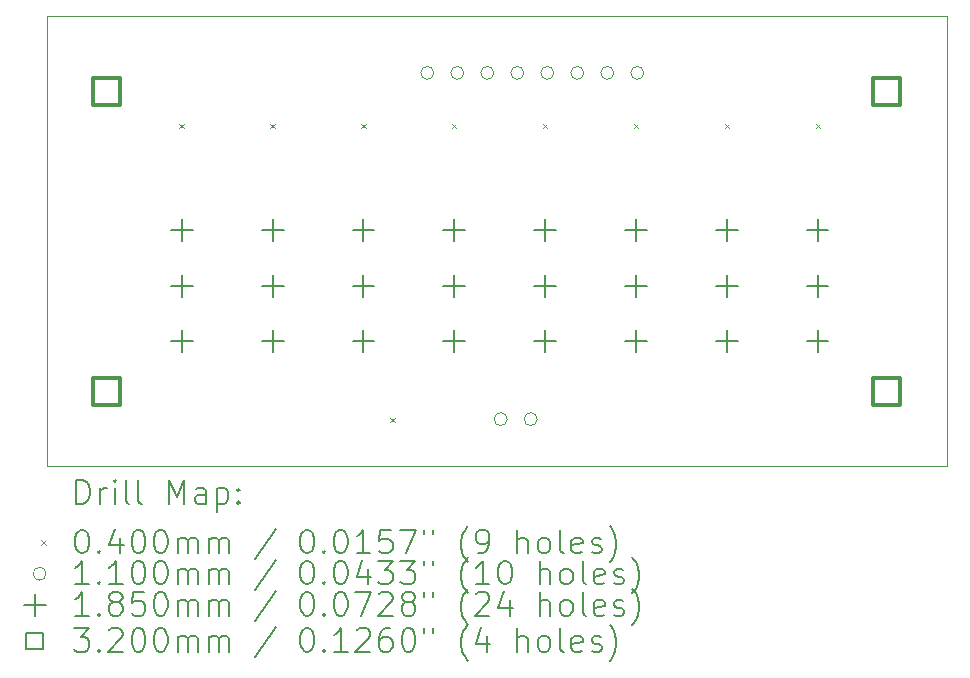
<source format=gbr>
%TF.GenerationSoftware,KiCad,Pcbnew,(6.0.7)*%
%TF.CreationDate,2023-06-27T12:53:49-07:00*%
%TF.ProjectId,Power Supply Board Ground Systems,506f7765-7220-4537-9570-706c7920426f,rev?*%
%TF.SameCoordinates,Original*%
%TF.FileFunction,Drillmap*%
%TF.FilePolarity,Positive*%
%FSLAX45Y45*%
G04 Gerber Fmt 4.5, Leading zero omitted, Abs format (unit mm)*
G04 Created by KiCad (PCBNEW (6.0.7)) date 2023-06-27 12:53:49*
%MOMM*%
%LPD*%
G01*
G04 APERTURE LIST*
%ADD10C,0.100000*%
%ADD11C,0.200000*%
%ADD12C,0.040000*%
%ADD13C,0.110000*%
%ADD14C,0.185000*%
%ADD15C,0.320000*%
G04 APERTURE END LIST*
D10*
X2540000Y-2540000D02*
X10160000Y-2540000D01*
X10160000Y-2540000D02*
X10160000Y-6350000D01*
X10160000Y-6350000D02*
X2540000Y-6350000D01*
X2540000Y-6350000D02*
X2540000Y-2540000D01*
D11*
D12*
X3663288Y-3447720D02*
X3703288Y-3487720D01*
X3703288Y-3447720D02*
X3663288Y-3487720D01*
X4432908Y-3447720D02*
X4472908Y-3487720D01*
X4472908Y-3447720D02*
X4432908Y-3487720D01*
X5202528Y-3447720D02*
X5242528Y-3487720D01*
X5242528Y-3447720D02*
X5202528Y-3487720D01*
X5450125Y-5937000D02*
X5490125Y-5977000D01*
X5490125Y-5937000D02*
X5450125Y-5977000D01*
X5969608Y-3447720D02*
X6009608Y-3487720D01*
X6009608Y-3447720D02*
X5969608Y-3487720D01*
X6739228Y-3447720D02*
X6779228Y-3487720D01*
X6779228Y-3447720D02*
X6739228Y-3487720D01*
X7508848Y-3447720D02*
X7548848Y-3487720D01*
X7548848Y-3447720D02*
X7508848Y-3487720D01*
X8281008Y-3447720D02*
X8321008Y-3487720D01*
X8321008Y-3447720D02*
X8281008Y-3487720D01*
X9050628Y-3447720D02*
X9090628Y-3487720D01*
X9090628Y-3447720D02*
X9050628Y-3487720D01*
D13*
X5818000Y-3018000D02*
G75*
G03*
X5818000Y-3018000I-55000J0D01*
G01*
X6072000Y-3018000D02*
G75*
G03*
X6072000Y-3018000I-55000J0D01*
G01*
X6326000Y-3018000D02*
G75*
G03*
X6326000Y-3018000I-55000J0D01*
G01*
X6439000Y-5950000D02*
G75*
G03*
X6439000Y-5950000I-55000J0D01*
G01*
X6580000Y-3018000D02*
G75*
G03*
X6580000Y-3018000I-55000J0D01*
G01*
X6693000Y-5950000D02*
G75*
G03*
X6693000Y-5950000I-55000J0D01*
G01*
X6834000Y-3018000D02*
G75*
G03*
X6834000Y-3018000I-55000J0D01*
G01*
X7088000Y-3018000D02*
G75*
G03*
X7088000Y-3018000I-55000J0D01*
G01*
X7342000Y-3018000D02*
G75*
G03*
X7342000Y-3018000I-55000J0D01*
G01*
X7596000Y-3018000D02*
G75*
G03*
X7596000Y-3018000I-55000J0D01*
G01*
D14*
X3684740Y-4256500D02*
X3684740Y-4441500D01*
X3592240Y-4349000D02*
X3777240Y-4349000D01*
X3684740Y-4726500D02*
X3684740Y-4911500D01*
X3592240Y-4819000D02*
X3777240Y-4819000D01*
X3684740Y-5196500D02*
X3684740Y-5381500D01*
X3592240Y-5289000D02*
X3777240Y-5289000D01*
X4453634Y-4256500D02*
X4453634Y-4441500D01*
X4361134Y-4349000D02*
X4546134Y-4349000D01*
X4453634Y-4726500D02*
X4453634Y-4911500D01*
X4361134Y-4819000D02*
X4546134Y-4819000D01*
X4453634Y-5196500D02*
X4453634Y-5381500D01*
X4361134Y-5289000D02*
X4546134Y-5289000D01*
X5222528Y-4256500D02*
X5222528Y-4441500D01*
X5130028Y-4349000D02*
X5315028Y-4349000D01*
X5222528Y-4726500D02*
X5222528Y-4911500D01*
X5130028Y-4819000D02*
X5315028Y-4819000D01*
X5222528Y-5196500D02*
X5222528Y-5381500D01*
X5130028Y-5289000D02*
X5315028Y-5289000D01*
X5991423Y-4256500D02*
X5991423Y-4441500D01*
X5898923Y-4349000D02*
X6083923Y-4349000D01*
X5991423Y-4726500D02*
X5991423Y-4911500D01*
X5898923Y-4819000D02*
X6083923Y-4819000D01*
X5991423Y-5196500D02*
X5991423Y-5381500D01*
X5898923Y-5289000D02*
X6083923Y-5289000D01*
X6760317Y-4256500D02*
X6760317Y-4441500D01*
X6667817Y-4349000D02*
X6852817Y-4349000D01*
X6760317Y-4726500D02*
X6760317Y-4911500D01*
X6667817Y-4819000D02*
X6852817Y-4819000D01*
X6760317Y-5196500D02*
X6760317Y-5381500D01*
X6667817Y-5289000D02*
X6852817Y-5289000D01*
X7529211Y-4256500D02*
X7529211Y-4441500D01*
X7436711Y-4349000D02*
X7621711Y-4349000D01*
X7529211Y-4726500D02*
X7529211Y-4911500D01*
X7436711Y-4819000D02*
X7621711Y-4819000D01*
X7529211Y-5196500D02*
X7529211Y-5381500D01*
X7436711Y-5289000D02*
X7621711Y-5289000D01*
X8298105Y-4256500D02*
X8298105Y-4441500D01*
X8205605Y-4349000D02*
X8390605Y-4349000D01*
X8298105Y-4726500D02*
X8298105Y-4911500D01*
X8205605Y-4819000D02*
X8390605Y-4819000D01*
X8298105Y-5196500D02*
X8298105Y-5381500D01*
X8205605Y-5289000D02*
X8390605Y-5289000D01*
X9067000Y-4256500D02*
X9067000Y-4441500D01*
X8974500Y-4349000D02*
X9159500Y-4349000D01*
X9067000Y-4726500D02*
X9067000Y-4911500D01*
X8974500Y-4819000D02*
X9159500Y-4819000D01*
X9067000Y-5196500D02*
X9067000Y-5381500D01*
X8974500Y-5289000D02*
X9159500Y-5289000D01*
D15*
X3161138Y-3288138D02*
X3161138Y-3061862D01*
X2934862Y-3061862D01*
X2934862Y-3288138D01*
X3161138Y-3288138D01*
X3161138Y-5828138D02*
X3161138Y-5601862D01*
X2934862Y-5601862D01*
X2934862Y-5828138D01*
X3161138Y-5828138D01*
X9765138Y-3288138D02*
X9765138Y-3061862D01*
X9538862Y-3061862D01*
X9538862Y-3288138D01*
X9765138Y-3288138D01*
X9765138Y-5828138D02*
X9765138Y-5601862D01*
X9538862Y-5601862D01*
X9538862Y-5828138D01*
X9765138Y-5828138D01*
D11*
X2792619Y-6665476D02*
X2792619Y-6465476D01*
X2840238Y-6465476D01*
X2868809Y-6475000D01*
X2887857Y-6494048D01*
X2897381Y-6513095D01*
X2906905Y-6551190D01*
X2906905Y-6579762D01*
X2897381Y-6617857D01*
X2887857Y-6636905D01*
X2868809Y-6655952D01*
X2840238Y-6665476D01*
X2792619Y-6665476D01*
X2992619Y-6665476D02*
X2992619Y-6532143D01*
X2992619Y-6570238D02*
X3002143Y-6551190D01*
X3011667Y-6541667D01*
X3030714Y-6532143D01*
X3049762Y-6532143D01*
X3116428Y-6665476D02*
X3116428Y-6532143D01*
X3116428Y-6465476D02*
X3106905Y-6475000D01*
X3116428Y-6484524D01*
X3125952Y-6475000D01*
X3116428Y-6465476D01*
X3116428Y-6484524D01*
X3240238Y-6665476D02*
X3221190Y-6655952D01*
X3211667Y-6636905D01*
X3211667Y-6465476D01*
X3345000Y-6665476D02*
X3325952Y-6655952D01*
X3316428Y-6636905D01*
X3316428Y-6465476D01*
X3573571Y-6665476D02*
X3573571Y-6465476D01*
X3640238Y-6608333D01*
X3706905Y-6465476D01*
X3706905Y-6665476D01*
X3887857Y-6665476D02*
X3887857Y-6560714D01*
X3878333Y-6541667D01*
X3859286Y-6532143D01*
X3821190Y-6532143D01*
X3802143Y-6541667D01*
X3887857Y-6655952D02*
X3868809Y-6665476D01*
X3821190Y-6665476D01*
X3802143Y-6655952D01*
X3792619Y-6636905D01*
X3792619Y-6617857D01*
X3802143Y-6598809D01*
X3821190Y-6589286D01*
X3868809Y-6589286D01*
X3887857Y-6579762D01*
X3983095Y-6532143D02*
X3983095Y-6732143D01*
X3983095Y-6541667D02*
X4002143Y-6532143D01*
X4040238Y-6532143D01*
X4059286Y-6541667D01*
X4068809Y-6551190D01*
X4078333Y-6570238D01*
X4078333Y-6627381D01*
X4068809Y-6646428D01*
X4059286Y-6655952D01*
X4040238Y-6665476D01*
X4002143Y-6665476D01*
X3983095Y-6655952D01*
X4164048Y-6646428D02*
X4173571Y-6655952D01*
X4164048Y-6665476D01*
X4154524Y-6655952D01*
X4164048Y-6646428D01*
X4164048Y-6665476D01*
X4164048Y-6541667D02*
X4173571Y-6551190D01*
X4164048Y-6560714D01*
X4154524Y-6551190D01*
X4164048Y-6541667D01*
X4164048Y-6560714D01*
D12*
X2495000Y-6975000D02*
X2535000Y-7015000D01*
X2535000Y-6975000D02*
X2495000Y-7015000D01*
D11*
X2830714Y-6885476D02*
X2849762Y-6885476D01*
X2868809Y-6895000D01*
X2878333Y-6904524D01*
X2887857Y-6923571D01*
X2897381Y-6961667D01*
X2897381Y-7009286D01*
X2887857Y-7047381D01*
X2878333Y-7066428D01*
X2868809Y-7075952D01*
X2849762Y-7085476D01*
X2830714Y-7085476D01*
X2811667Y-7075952D01*
X2802143Y-7066428D01*
X2792619Y-7047381D01*
X2783095Y-7009286D01*
X2783095Y-6961667D01*
X2792619Y-6923571D01*
X2802143Y-6904524D01*
X2811667Y-6895000D01*
X2830714Y-6885476D01*
X2983095Y-7066428D02*
X2992619Y-7075952D01*
X2983095Y-7085476D01*
X2973571Y-7075952D01*
X2983095Y-7066428D01*
X2983095Y-7085476D01*
X3164048Y-6952143D02*
X3164048Y-7085476D01*
X3116428Y-6875952D02*
X3068809Y-7018809D01*
X3192619Y-7018809D01*
X3306905Y-6885476D02*
X3325952Y-6885476D01*
X3345000Y-6895000D01*
X3354524Y-6904524D01*
X3364048Y-6923571D01*
X3373571Y-6961667D01*
X3373571Y-7009286D01*
X3364048Y-7047381D01*
X3354524Y-7066428D01*
X3345000Y-7075952D01*
X3325952Y-7085476D01*
X3306905Y-7085476D01*
X3287857Y-7075952D01*
X3278333Y-7066428D01*
X3268809Y-7047381D01*
X3259286Y-7009286D01*
X3259286Y-6961667D01*
X3268809Y-6923571D01*
X3278333Y-6904524D01*
X3287857Y-6895000D01*
X3306905Y-6885476D01*
X3497381Y-6885476D02*
X3516428Y-6885476D01*
X3535476Y-6895000D01*
X3545000Y-6904524D01*
X3554524Y-6923571D01*
X3564048Y-6961667D01*
X3564048Y-7009286D01*
X3554524Y-7047381D01*
X3545000Y-7066428D01*
X3535476Y-7075952D01*
X3516428Y-7085476D01*
X3497381Y-7085476D01*
X3478333Y-7075952D01*
X3468809Y-7066428D01*
X3459286Y-7047381D01*
X3449762Y-7009286D01*
X3449762Y-6961667D01*
X3459286Y-6923571D01*
X3468809Y-6904524D01*
X3478333Y-6895000D01*
X3497381Y-6885476D01*
X3649762Y-7085476D02*
X3649762Y-6952143D01*
X3649762Y-6971190D02*
X3659286Y-6961667D01*
X3678333Y-6952143D01*
X3706905Y-6952143D01*
X3725952Y-6961667D01*
X3735476Y-6980714D01*
X3735476Y-7085476D01*
X3735476Y-6980714D02*
X3745000Y-6961667D01*
X3764048Y-6952143D01*
X3792619Y-6952143D01*
X3811667Y-6961667D01*
X3821190Y-6980714D01*
X3821190Y-7085476D01*
X3916428Y-7085476D02*
X3916428Y-6952143D01*
X3916428Y-6971190D02*
X3925952Y-6961667D01*
X3945000Y-6952143D01*
X3973571Y-6952143D01*
X3992619Y-6961667D01*
X4002143Y-6980714D01*
X4002143Y-7085476D01*
X4002143Y-6980714D02*
X4011667Y-6961667D01*
X4030714Y-6952143D01*
X4059286Y-6952143D01*
X4078333Y-6961667D01*
X4087857Y-6980714D01*
X4087857Y-7085476D01*
X4478333Y-6875952D02*
X4306905Y-7133095D01*
X4735476Y-6885476D02*
X4754524Y-6885476D01*
X4773571Y-6895000D01*
X4783095Y-6904524D01*
X4792619Y-6923571D01*
X4802143Y-6961667D01*
X4802143Y-7009286D01*
X4792619Y-7047381D01*
X4783095Y-7066428D01*
X4773571Y-7075952D01*
X4754524Y-7085476D01*
X4735476Y-7085476D01*
X4716429Y-7075952D01*
X4706905Y-7066428D01*
X4697381Y-7047381D01*
X4687857Y-7009286D01*
X4687857Y-6961667D01*
X4697381Y-6923571D01*
X4706905Y-6904524D01*
X4716429Y-6895000D01*
X4735476Y-6885476D01*
X4887857Y-7066428D02*
X4897381Y-7075952D01*
X4887857Y-7085476D01*
X4878333Y-7075952D01*
X4887857Y-7066428D01*
X4887857Y-7085476D01*
X5021190Y-6885476D02*
X5040238Y-6885476D01*
X5059286Y-6895000D01*
X5068810Y-6904524D01*
X5078333Y-6923571D01*
X5087857Y-6961667D01*
X5087857Y-7009286D01*
X5078333Y-7047381D01*
X5068810Y-7066428D01*
X5059286Y-7075952D01*
X5040238Y-7085476D01*
X5021190Y-7085476D01*
X5002143Y-7075952D01*
X4992619Y-7066428D01*
X4983095Y-7047381D01*
X4973571Y-7009286D01*
X4973571Y-6961667D01*
X4983095Y-6923571D01*
X4992619Y-6904524D01*
X5002143Y-6895000D01*
X5021190Y-6885476D01*
X5278333Y-7085476D02*
X5164048Y-7085476D01*
X5221190Y-7085476D02*
X5221190Y-6885476D01*
X5202143Y-6914048D01*
X5183095Y-6933095D01*
X5164048Y-6942619D01*
X5459286Y-6885476D02*
X5364048Y-6885476D01*
X5354524Y-6980714D01*
X5364048Y-6971190D01*
X5383095Y-6961667D01*
X5430714Y-6961667D01*
X5449762Y-6971190D01*
X5459286Y-6980714D01*
X5468810Y-6999762D01*
X5468810Y-7047381D01*
X5459286Y-7066428D01*
X5449762Y-7075952D01*
X5430714Y-7085476D01*
X5383095Y-7085476D01*
X5364048Y-7075952D01*
X5354524Y-7066428D01*
X5535476Y-6885476D02*
X5668809Y-6885476D01*
X5583095Y-7085476D01*
X5735476Y-6885476D02*
X5735476Y-6923571D01*
X5811667Y-6885476D02*
X5811667Y-6923571D01*
X6106905Y-7161667D02*
X6097381Y-7152143D01*
X6078333Y-7123571D01*
X6068809Y-7104524D01*
X6059286Y-7075952D01*
X6049762Y-7028333D01*
X6049762Y-6990238D01*
X6059286Y-6942619D01*
X6068809Y-6914048D01*
X6078333Y-6895000D01*
X6097381Y-6866428D01*
X6106905Y-6856905D01*
X6192619Y-7085476D02*
X6230714Y-7085476D01*
X6249762Y-7075952D01*
X6259286Y-7066428D01*
X6278333Y-7037857D01*
X6287857Y-6999762D01*
X6287857Y-6923571D01*
X6278333Y-6904524D01*
X6268809Y-6895000D01*
X6249762Y-6885476D01*
X6211667Y-6885476D01*
X6192619Y-6895000D01*
X6183095Y-6904524D01*
X6173571Y-6923571D01*
X6173571Y-6971190D01*
X6183095Y-6990238D01*
X6192619Y-6999762D01*
X6211667Y-7009286D01*
X6249762Y-7009286D01*
X6268809Y-6999762D01*
X6278333Y-6990238D01*
X6287857Y-6971190D01*
X6525952Y-7085476D02*
X6525952Y-6885476D01*
X6611667Y-7085476D02*
X6611667Y-6980714D01*
X6602143Y-6961667D01*
X6583095Y-6952143D01*
X6554524Y-6952143D01*
X6535476Y-6961667D01*
X6525952Y-6971190D01*
X6735476Y-7085476D02*
X6716428Y-7075952D01*
X6706905Y-7066428D01*
X6697381Y-7047381D01*
X6697381Y-6990238D01*
X6706905Y-6971190D01*
X6716428Y-6961667D01*
X6735476Y-6952143D01*
X6764048Y-6952143D01*
X6783095Y-6961667D01*
X6792619Y-6971190D01*
X6802143Y-6990238D01*
X6802143Y-7047381D01*
X6792619Y-7066428D01*
X6783095Y-7075952D01*
X6764048Y-7085476D01*
X6735476Y-7085476D01*
X6916428Y-7085476D02*
X6897381Y-7075952D01*
X6887857Y-7056905D01*
X6887857Y-6885476D01*
X7068809Y-7075952D02*
X7049762Y-7085476D01*
X7011667Y-7085476D01*
X6992619Y-7075952D01*
X6983095Y-7056905D01*
X6983095Y-6980714D01*
X6992619Y-6961667D01*
X7011667Y-6952143D01*
X7049762Y-6952143D01*
X7068809Y-6961667D01*
X7078333Y-6980714D01*
X7078333Y-6999762D01*
X6983095Y-7018809D01*
X7154524Y-7075952D02*
X7173571Y-7085476D01*
X7211667Y-7085476D01*
X7230714Y-7075952D01*
X7240238Y-7056905D01*
X7240238Y-7047381D01*
X7230714Y-7028333D01*
X7211667Y-7018809D01*
X7183095Y-7018809D01*
X7164048Y-7009286D01*
X7154524Y-6990238D01*
X7154524Y-6980714D01*
X7164048Y-6961667D01*
X7183095Y-6952143D01*
X7211667Y-6952143D01*
X7230714Y-6961667D01*
X7306905Y-7161667D02*
X7316428Y-7152143D01*
X7335476Y-7123571D01*
X7345000Y-7104524D01*
X7354524Y-7075952D01*
X7364048Y-7028333D01*
X7364048Y-6990238D01*
X7354524Y-6942619D01*
X7345000Y-6914048D01*
X7335476Y-6895000D01*
X7316428Y-6866428D01*
X7306905Y-6856905D01*
D13*
X2535000Y-7259000D02*
G75*
G03*
X2535000Y-7259000I-55000J0D01*
G01*
D11*
X2897381Y-7349476D02*
X2783095Y-7349476D01*
X2840238Y-7349476D02*
X2840238Y-7149476D01*
X2821190Y-7178048D01*
X2802143Y-7197095D01*
X2783095Y-7206619D01*
X2983095Y-7330428D02*
X2992619Y-7339952D01*
X2983095Y-7349476D01*
X2973571Y-7339952D01*
X2983095Y-7330428D01*
X2983095Y-7349476D01*
X3183095Y-7349476D02*
X3068809Y-7349476D01*
X3125952Y-7349476D02*
X3125952Y-7149476D01*
X3106905Y-7178048D01*
X3087857Y-7197095D01*
X3068809Y-7206619D01*
X3306905Y-7149476D02*
X3325952Y-7149476D01*
X3345000Y-7159000D01*
X3354524Y-7168524D01*
X3364048Y-7187571D01*
X3373571Y-7225667D01*
X3373571Y-7273286D01*
X3364048Y-7311381D01*
X3354524Y-7330428D01*
X3345000Y-7339952D01*
X3325952Y-7349476D01*
X3306905Y-7349476D01*
X3287857Y-7339952D01*
X3278333Y-7330428D01*
X3268809Y-7311381D01*
X3259286Y-7273286D01*
X3259286Y-7225667D01*
X3268809Y-7187571D01*
X3278333Y-7168524D01*
X3287857Y-7159000D01*
X3306905Y-7149476D01*
X3497381Y-7149476D02*
X3516428Y-7149476D01*
X3535476Y-7159000D01*
X3545000Y-7168524D01*
X3554524Y-7187571D01*
X3564048Y-7225667D01*
X3564048Y-7273286D01*
X3554524Y-7311381D01*
X3545000Y-7330428D01*
X3535476Y-7339952D01*
X3516428Y-7349476D01*
X3497381Y-7349476D01*
X3478333Y-7339952D01*
X3468809Y-7330428D01*
X3459286Y-7311381D01*
X3449762Y-7273286D01*
X3449762Y-7225667D01*
X3459286Y-7187571D01*
X3468809Y-7168524D01*
X3478333Y-7159000D01*
X3497381Y-7149476D01*
X3649762Y-7349476D02*
X3649762Y-7216143D01*
X3649762Y-7235190D02*
X3659286Y-7225667D01*
X3678333Y-7216143D01*
X3706905Y-7216143D01*
X3725952Y-7225667D01*
X3735476Y-7244714D01*
X3735476Y-7349476D01*
X3735476Y-7244714D02*
X3745000Y-7225667D01*
X3764048Y-7216143D01*
X3792619Y-7216143D01*
X3811667Y-7225667D01*
X3821190Y-7244714D01*
X3821190Y-7349476D01*
X3916428Y-7349476D02*
X3916428Y-7216143D01*
X3916428Y-7235190D02*
X3925952Y-7225667D01*
X3945000Y-7216143D01*
X3973571Y-7216143D01*
X3992619Y-7225667D01*
X4002143Y-7244714D01*
X4002143Y-7349476D01*
X4002143Y-7244714D02*
X4011667Y-7225667D01*
X4030714Y-7216143D01*
X4059286Y-7216143D01*
X4078333Y-7225667D01*
X4087857Y-7244714D01*
X4087857Y-7349476D01*
X4478333Y-7139952D02*
X4306905Y-7397095D01*
X4735476Y-7149476D02*
X4754524Y-7149476D01*
X4773571Y-7159000D01*
X4783095Y-7168524D01*
X4792619Y-7187571D01*
X4802143Y-7225667D01*
X4802143Y-7273286D01*
X4792619Y-7311381D01*
X4783095Y-7330428D01*
X4773571Y-7339952D01*
X4754524Y-7349476D01*
X4735476Y-7349476D01*
X4716429Y-7339952D01*
X4706905Y-7330428D01*
X4697381Y-7311381D01*
X4687857Y-7273286D01*
X4687857Y-7225667D01*
X4697381Y-7187571D01*
X4706905Y-7168524D01*
X4716429Y-7159000D01*
X4735476Y-7149476D01*
X4887857Y-7330428D02*
X4897381Y-7339952D01*
X4887857Y-7349476D01*
X4878333Y-7339952D01*
X4887857Y-7330428D01*
X4887857Y-7349476D01*
X5021190Y-7149476D02*
X5040238Y-7149476D01*
X5059286Y-7159000D01*
X5068810Y-7168524D01*
X5078333Y-7187571D01*
X5087857Y-7225667D01*
X5087857Y-7273286D01*
X5078333Y-7311381D01*
X5068810Y-7330428D01*
X5059286Y-7339952D01*
X5040238Y-7349476D01*
X5021190Y-7349476D01*
X5002143Y-7339952D01*
X4992619Y-7330428D01*
X4983095Y-7311381D01*
X4973571Y-7273286D01*
X4973571Y-7225667D01*
X4983095Y-7187571D01*
X4992619Y-7168524D01*
X5002143Y-7159000D01*
X5021190Y-7149476D01*
X5259286Y-7216143D02*
X5259286Y-7349476D01*
X5211667Y-7139952D02*
X5164048Y-7282809D01*
X5287857Y-7282809D01*
X5345000Y-7149476D02*
X5468810Y-7149476D01*
X5402143Y-7225667D01*
X5430714Y-7225667D01*
X5449762Y-7235190D01*
X5459286Y-7244714D01*
X5468810Y-7263762D01*
X5468810Y-7311381D01*
X5459286Y-7330428D01*
X5449762Y-7339952D01*
X5430714Y-7349476D01*
X5373571Y-7349476D01*
X5354524Y-7339952D01*
X5345000Y-7330428D01*
X5535476Y-7149476D02*
X5659286Y-7149476D01*
X5592619Y-7225667D01*
X5621190Y-7225667D01*
X5640238Y-7235190D01*
X5649762Y-7244714D01*
X5659286Y-7263762D01*
X5659286Y-7311381D01*
X5649762Y-7330428D01*
X5640238Y-7339952D01*
X5621190Y-7349476D01*
X5564048Y-7349476D01*
X5545000Y-7339952D01*
X5535476Y-7330428D01*
X5735476Y-7149476D02*
X5735476Y-7187571D01*
X5811667Y-7149476D02*
X5811667Y-7187571D01*
X6106905Y-7425667D02*
X6097381Y-7416143D01*
X6078333Y-7387571D01*
X6068809Y-7368524D01*
X6059286Y-7339952D01*
X6049762Y-7292333D01*
X6049762Y-7254238D01*
X6059286Y-7206619D01*
X6068809Y-7178048D01*
X6078333Y-7159000D01*
X6097381Y-7130428D01*
X6106905Y-7120905D01*
X6287857Y-7349476D02*
X6173571Y-7349476D01*
X6230714Y-7349476D02*
X6230714Y-7149476D01*
X6211667Y-7178048D01*
X6192619Y-7197095D01*
X6173571Y-7206619D01*
X6411667Y-7149476D02*
X6430714Y-7149476D01*
X6449762Y-7159000D01*
X6459286Y-7168524D01*
X6468809Y-7187571D01*
X6478333Y-7225667D01*
X6478333Y-7273286D01*
X6468809Y-7311381D01*
X6459286Y-7330428D01*
X6449762Y-7339952D01*
X6430714Y-7349476D01*
X6411667Y-7349476D01*
X6392619Y-7339952D01*
X6383095Y-7330428D01*
X6373571Y-7311381D01*
X6364048Y-7273286D01*
X6364048Y-7225667D01*
X6373571Y-7187571D01*
X6383095Y-7168524D01*
X6392619Y-7159000D01*
X6411667Y-7149476D01*
X6716428Y-7349476D02*
X6716428Y-7149476D01*
X6802143Y-7349476D02*
X6802143Y-7244714D01*
X6792619Y-7225667D01*
X6773571Y-7216143D01*
X6745000Y-7216143D01*
X6725952Y-7225667D01*
X6716428Y-7235190D01*
X6925952Y-7349476D02*
X6906905Y-7339952D01*
X6897381Y-7330428D01*
X6887857Y-7311381D01*
X6887857Y-7254238D01*
X6897381Y-7235190D01*
X6906905Y-7225667D01*
X6925952Y-7216143D01*
X6954524Y-7216143D01*
X6973571Y-7225667D01*
X6983095Y-7235190D01*
X6992619Y-7254238D01*
X6992619Y-7311381D01*
X6983095Y-7330428D01*
X6973571Y-7339952D01*
X6954524Y-7349476D01*
X6925952Y-7349476D01*
X7106905Y-7349476D02*
X7087857Y-7339952D01*
X7078333Y-7320905D01*
X7078333Y-7149476D01*
X7259286Y-7339952D02*
X7240238Y-7349476D01*
X7202143Y-7349476D01*
X7183095Y-7339952D01*
X7173571Y-7320905D01*
X7173571Y-7244714D01*
X7183095Y-7225667D01*
X7202143Y-7216143D01*
X7240238Y-7216143D01*
X7259286Y-7225667D01*
X7268809Y-7244714D01*
X7268809Y-7263762D01*
X7173571Y-7282809D01*
X7345000Y-7339952D02*
X7364048Y-7349476D01*
X7402143Y-7349476D01*
X7421190Y-7339952D01*
X7430714Y-7320905D01*
X7430714Y-7311381D01*
X7421190Y-7292333D01*
X7402143Y-7282809D01*
X7373571Y-7282809D01*
X7354524Y-7273286D01*
X7345000Y-7254238D01*
X7345000Y-7244714D01*
X7354524Y-7225667D01*
X7373571Y-7216143D01*
X7402143Y-7216143D01*
X7421190Y-7225667D01*
X7497381Y-7425667D02*
X7506905Y-7416143D01*
X7525952Y-7387571D01*
X7535476Y-7368524D01*
X7545000Y-7339952D01*
X7554524Y-7292333D01*
X7554524Y-7254238D01*
X7545000Y-7206619D01*
X7535476Y-7178048D01*
X7525952Y-7159000D01*
X7506905Y-7130428D01*
X7497381Y-7120905D01*
D14*
X2442500Y-7430500D02*
X2442500Y-7615500D01*
X2350000Y-7523000D02*
X2535000Y-7523000D01*
D11*
X2897381Y-7613476D02*
X2783095Y-7613476D01*
X2840238Y-7613476D02*
X2840238Y-7413476D01*
X2821190Y-7442048D01*
X2802143Y-7461095D01*
X2783095Y-7470619D01*
X2983095Y-7594428D02*
X2992619Y-7603952D01*
X2983095Y-7613476D01*
X2973571Y-7603952D01*
X2983095Y-7594428D01*
X2983095Y-7613476D01*
X3106905Y-7499190D02*
X3087857Y-7489667D01*
X3078333Y-7480143D01*
X3068809Y-7461095D01*
X3068809Y-7451571D01*
X3078333Y-7432524D01*
X3087857Y-7423000D01*
X3106905Y-7413476D01*
X3145000Y-7413476D01*
X3164048Y-7423000D01*
X3173571Y-7432524D01*
X3183095Y-7451571D01*
X3183095Y-7461095D01*
X3173571Y-7480143D01*
X3164048Y-7489667D01*
X3145000Y-7499190D01*
X3106905Y-7499190D01*
X3087857Y-7508714D01*
X3078333Y-7518238D01*
X3068809Y-7537286D01*
X3068809Y-7575381D01*
X3078333Y-7594428D01*
X3087857Y-7603952D01*
X3106905Y-7613476D01*
X3145000Y-7613476D01*
X3164048Y-7603952D01*
X3173571Y-7594428D01*
X3183095Y-7575381D01*
X3183095Y-7537286D01*
X3173571Y-7518238D01*
X3164048Y-7508714D01*
X3145000Y-7499190D01*
X3364048Y-7413476D02*
X3268809Y-7413476D01*
X3259286Y-7508714D01*
X3268809Y-7499190D01*
X3287857Y-7489667D01*
X3335476Y-7489667D01*
X3354524Y-7499190D01*
X3364048Y-7508714D01*
X3373571Y-7527762D01*
X3373571Y-7575381D01*
X3364048Y-7594428D01*
X3354524Y-7603952D01*
X3335476Y-7613476D01*
X3287857Y-7613476D01*
X3268809Y-7603952D01*
X3259286Y-7594428D01*
X3497381Y-7413476D02*
X3516428Y-7413476D01*
X3535476Y-7423000D01*
X3545000Y-7432524D01*
X3554524Y-7451571D01*
X3564048Y-7489667D01*
X3564048Y-7537286D01*
X3554524Y-7575381D01*
X3545000Y-7594428D01*
X3535476Y-7603952D01*
X3516428Y-7613476D01*
X3497381Y-7613476D01*
X3478333Y-7603952D01*
X3468809Y-7594428D01*
X3459286Y-7575381D01*
X3449762Y-7537286D01*
X3449762Y-7489667D01*
X3459286Y-7451571D01*
X3468809Y-7432524D01*
X3478333Y-7423000D01*
X3497381Y-7413476D01*
X3649762Y-7613476D02*
X3649762Y-7480143D01*
X3649762Y-7499190D02*
X3659286Y-7489667D01*
X3678333Y-7480143D01*
X3706905Y-7480143D01*
X3725952Y-7489667D01*
X3735476Y-7508714D01*
X3735476Y-7613476D01*
X3735476Y-7508714D02*
X3745000Y-7489667D01*
X3764048Y-7480143D01*
X3792619Y-7480143D01*
X3811667Y-7489667D01*
X3821190Y-7508714D01*
X3821190Y-7613476D01*
X3916428Y-7613476D02*
X3916428Y-7480143D01*
X3916428Y-7499190D02*
X3925952Y-7489667D01*
X3945000Y-7480143D01*
X3973571Y-7480143D01*
X3992619Y-7489667D01*
X4002143Y-7508714D01*
X4002143Y-7613476D01*
X4002143Y-7508714D02*
X4011667Y-7489667D01*
X4030714Y-7480143D01*
X4059286Y-7480143D01*
X4078333Y-7489667D01*
X4087857Y-7508714D01*
X4087857Y-7613476D01*
X4478333Y-7403952D02*
X4306905Y-7661095D01*
X4735476Y-7413476D02*
X4754524Y-7413476D01*
X4773571Y-7423000D01*
X4783095Y-7432524D01*
X4792619Y-7451571D01*
X4802143Y-7489667D01*
X4802143Y-7537286D01*
X4792619Y-7575381D01*
X4783095Y-7594428D01*
X4773571Y-7603952D01*
X4754524Y-7613476D01*
X4735476Y-7613476D01*
X4716429Y-7603952D01*
X4706905Y-7594428D01*
X4697381Y-7575381D01*
X4687857Y-7537286D01*
X4687857Y-7489667D01*
X4697381Y-7451571D01*
X4706905Y-7432524D01*
X4716429Y-7423000D01*
X4735476Y-7413476D01*
X4887857Y-7594428D02*
X4897381Y-7603952D01*
X4887857Y-7613476D01*
X4878333Y-7603952D01*
X4887857Y-7594428D01*
X4887857Y-7613476D01*
X5021190Y-7413476D02*
X5040238Y-7413476D01*
X5059286Y-7423000D01*
X5068810Y-7432524D01*
X5078333Y-7451571D01*
X5087857Y-7489667D01*
X5087857Y-7537286D01*
X5078333Y-7575381D01*
X5068810Y-7594428D01*
X5059286Y-7603952D01*
X5040238Y-7613476D01*
X5021190Y-7613476D01*
X5002143Y-7603952D01*
X4992619Y-7594428D01*
X4983095Y-7575381D01*
X4973571Y-7537286D01*
X4973571Y-7489667D01*
X4983095Y-7451571D01*
X4992619Y-7432524D01*
X5002143Y-7423000D01*
X5021190Y-7413476D01*
X5154524Y-7413476D02*
X5287857Y-7413476D01*
X5202143Y-7613476D01*
X5354524Y-7432524D02*
X5364048Y-7423000D01*
X5383095Y-7413476D01*
X5430714Y-7413476D01*
X5449762Y-7423000D01*
X5459286Y-7432524D01*
X5468810Y-7451571D01*
X5468810Y-7470619D01*
X5459286Y-7499190D01*
X5345000Y-7613476D01*
X5468810Y-7613476D01*
X5583095Y-7499190D02*
X5564048Y-7489667D01*
X5554524Y-7480143D01*
X5545000Y-7461095D01*
X5545000Y-7451571D01*
X5554524Y-7432524D01*
X5564048Y-7423000D01*
X5583095Y-7413476D01*
X5621190Y-7413476D01*
X5640238Y-7423000D01*
X5649762Y-7432524D01*
X5659286Y-7451571D01*
X5659286Y-7461095D01*
X5649762Y-7480143D01*
X5640238Y-7489667D01*
X5621190Y-7499190D01*
X5583095Y-7499190D01*
X5564048Y-7508714D01*
X5554524Y-7518238D01*
X5545000Y-7537286D01*
X5545000Y-7575381D01*
X5554524Y-7594428D01*
X5564048Y-7603952D01*
X5583095Y-7613476D01*
X5621190Y-7613476D01*
X5640238Y-7603952D01*
X5649762Y-7594428D01*
X5659286Y-7575381D01*
X5659286Y-7537286D01*
X5649762Y-7518238D01*
X5640238Y-7508714D01*
X5621190Y-7499190D01*
X5735476Y-7413476D02*
X5735476Y-7451571D01*
X5811667Y-7413476D02*
X5811667Y-7451571D01*
X6106905Y-7689667D02*
X6097381Y-7680143D01*
X6078333Y-7651571D01*
X6068809Y-7632524D01*
X6059286Y-7603952D01*
X6049762Y-7556333D01*
X6049762Y-7518238D01*
X6059286Y-7470619D01*
X6068809Y-7442048D01*
X6078333Y-7423000D01*
X6097381Y-7394428D01*
X6106905Y-7384905D01*
X6173571Y-7432524D02*
X6183095Y-7423000D01*
X6202143Y-7413476D01*
X6249762Y-7413476D01*
X6268809Y-7423000D01*
X6278333Y-7432524D01*
X6287857Y-7451571D01*
X6287857Y-7470619D01*
X6278333Y-7499190D01*
X6164048Y-7613476D01*
X6287857Y-7613476D01*
X6459286Y-7480143D02*
X6459286Y-7613476D01*
X6411667Y-7403952D02*
X6364048Y-7546809D01*
X6487857Y-7546809D01*
X6716428Y-7613476D02*
X6716428Y-7413476D01*
X6802143Y-7613476D02*
X6802143Y-7508714D01*
X6792619Y-7489667D01*
X6773571Y-7480143D01*
X6745000Y-7480143D01*
X6725952Y-7489667D01*
X6716428Y-7499190D01*
X6925952Y-7613476D02*
X6906905Y-7603952D01*
X6897381Y-7594428D01*
X6887857Y-7575381D01*
X6887857Y-7518238D01*
X6897381Y-7499190D01*
X6906905Y-7489667D01*
X6925952Y-7480143D01*
X6954524Y-7480143D01*
X6973571Y-7489667D01*
X6983095Y-7499190D01*
X6992619Y-7518238D01*
X6992619Y-7575381D01*
X6983095Y-7594428D01*
X6973571Y-7603952D01*
X6954524Y-7613476D01*
X6925952Y-7613476D01*
X7106905Y-7613476D02*
X7087857Y-7603952D01*
X7078333Y-7584905D01*
X7078333Y-7413476D01*
X7259286Y-7603952D02*
X7240238Y-7613476D01*
X7202143Y-7613476D01*
X7183095Y-7603952D01*
X7173571Y-7584905D01*
X7173571Y-7508714D01*
X7183095Y-7489667D01*
X7202143Y-7480143D01*
X7240238Y-7480143D01*
X7259286Y-7489667D01*
X7268809Y-7508714D01*
X7268809Y-7527762D01*
X7173571Y-7546809D01*
X7345000Y-7603952D02*
X7364048Y-7613476D01*
X7402143Y-7613476D01*
X7421190Y-7603952D01*
X7430714Y-7584905D01*
X7430714Y-7575381D01*
X7421190Y-7556333D01*
X7402143Y-7546809D01*
X7373571Y-7546809D01*
X7354524Y-7537286D01*
X7345000Y-7518238D01*
X7345000Y-7508714D01*
X7354524Y-7489667D01*
X7373571Y-7480143D01*
X7402143Y-7480143D01*
X7421190Y-7489667D01*
X7497381Y-7689667D02*
X7506905Y-7680143D01*
X7525952Y-7651571D01*
X7535476Y-7632524D01*
X7545000Y-7603952D01*
X7554524Y-7556333D01*
X7554524Y-7518238D01*
X7545000Y-7470619D01*
X7535476Y-7442048D01*
X7525952Y-7423000D01*
X7506905Y-7394428D01*
X7497381Y-7384905D01*
X2505711Y-7898711D02*
X2505711Y-7757289D01*
X2364289Y-7757289D01*
X2364289Y-7898711D01*
X2505711Y-7898711D01*
X2773571Y-7718476D02*
X2897381Y-7718476D01*
X2830714Y-7794667D01*
X2859286Y-7794667D01*
X2878333Y-7804190D01*
X2887857Y-7813714D01*
X2897381Y-7832762D01*
X2897381Y-7880381D01*
X2887857Y-7899428D01*
X2878333Y-7908952D01*
X2859286Y-7918476D01*
X2802143Y-7918476D01*
X2783095Y-7908952D01*
X2773571Y-7899428D01*
X2983095Y-7899428D02*
X2992619Y-7908952D01*
X2983095Y-7918476D01*
X2973571Y-7908952D01*
X2983095Y-7899428D01*
X2983095Y-7918476D01*
X3068809Y-7737524D02*
X3078333Y-7728000D01*
X3097381Y-7718476D01*
X3145000Y-7718476D01*
X3164048Y-7728000D01*
X3173571Y-7737524D01*
X3183095Y-7756571D01*
X3183095Y-7775619D01*
X3173571Y-7804190D01*
X3059286Y-7918476D01*
X3183095Y-7918476D01*
X3306905Y-7718476D02*
X3325952Y-7718476D01*
X3345000Y-7728000D01*
X3354524Y-7737524D01*
X3364048Y-7756571D01*
X3373571Y-7794667D01*
X3373571Y-7842286D01*
X3364048Y-7880381D01*
X3354524Y-7899428D01*
X3345000Y-7908952D01*
X3325952Y-7918476D01*
X3306905Y-7918476D01*
X3287857Y-7908952D01*
X3278333Y-7899428D01*
X3268809Y-7880381D01*
X3259286Y-7842286D01*
X3259286Y-7794667D01*
X3268809Y-7756571D01*
X3278333Y-7737524D01*
X3287857Y-7728000D01*
X3306905Y-7718476D01*
X3497381Y-7718476D02*
X3516428Y-7718476D01*
X3535476Y-7728000D01*
X3545000Y-7737524D01*
X3554524Y-7756571D01*
X3564048Y-7794667D01*
X3564048Y-7842286D01*
X3554524Y-7880381D01*
X3545000Y-7899428D01*
X3535476Y-7908952D01*
X3516428Y-7918476D01*
X3497381Y-7918476D01*
X3478333Y-7908952D01*
X3468809Y-7899428D01*
X3459286Y-7880381D01*
X3449762Y-7842286D01*
X3449762Y-7794667D01*
X3459286Y-7756571D01*
X3468809Y-7737524D01*
X3478333Y-7728000D01*
X3497381Y-7718476D01*
X3649762Y-7918476D02*
X3649762Y-7785143D01*
X3649762Y-7804190D02*
X3659286Y-7794667D01*
X3678333Y-7785143D01*
X3706905Y-7785143D01*
X3725952Y-7794667D01*
X3735476Y-7813714D01*
X3735476Y-7918476D01*
X3735476Y-7813714D02*
X3745000Y-7794667D01*
X3764048Y-7785143D01*
X3792619Y-7785143D01*
X3811667Y-7794667D01*
X3821190Y-7813714D01*
X3821190Y-7918476D01*
X3916428Y-7918476D02*
X3916428Y-7785143D01*
X3916428Y-7804190D02*
X3925952Y-7794667D01*
X3945000Y-7785143D01*
X3973571Y-7785143D01*
X3992619Y-7794667D01*
X4002143Y-7813714D01*
X4002143Y-7918476D01*
X4002143Y-7813714D02*
X4011667Y-7794667D01*
X4030714Y-7785143D01*
X4059286Y-7785143D01*
X4078333Y-7794667D01*
X4087857Y-7813714D01*
X4087857Y-7918476D01*
X4478333Y-7708952D02*
X4306905Y-7966095D01*
X4735476Y-7718476D02*
X4754524Y-7718476D01*
X4773571Y-7728000D01*
X4783095Y-7737524D01*
X4792619Y-7756571D01*
X4802143Y-7794667D01*
X4802143Y-7842286D01*
X4792619Y-7880381D01*
X4783095Y-7899428D01*
X4773571Y-7908952D01*
X4754524Y-7918476D01*
X4735476Y-7918476D01*
X4716429Y-7908952D01*
X4706905Y-7899428D01*
X4697381Y-7880381D01*
X4687857Y-7842286D01*
X4687857Y-7794667D01*
X4697381Y-7756571D01*
X4706905Y-7737524D01*
X4716429Y-7728000D01*
X4735476Y-7718476D01*
X4887857Y-7899428D02*
X4897381Y-7908952D01*
X4887857Y-7918476D01*
X4878333Y-7908952D01*
X4887857Y-7899428D01*
X4887857Y-7918476D01*
X5087857Y-7918476D02*
X4973571Y-7918476D01*
X5030714Y-7918476D02*
X5030714Y-7718476D01*
X5011667Y-7747048D01*
X4992619Y-7766095D01*
X4973571Y-7775619D01*
X5164048Y-7737524D02*
X5173571Y-7728000D01*
X5192619Y-7718476D01*
X5240238Y-7718476D01*
X5259286Y-7728000D01*
X5268810Y-7737524D01*
X5278333Y-7756571D01*
X5278333Y-7775619D01*
X5268810Y-7804190D01*
X5154524Y-7918476D01*
X5278333Y-7918476D01*
X5449762Y-7718476D02*
X5411667Y-7718476D01*
X5392619Y-7728000D01*
X5383095Y-7737524D01*
X5364048Y-7766095D01*
X5354524Y-7804190D01*
X5354524Y-7880381D01*
X5364048Y-7899428D01*
X5373571Y-7908952D01*
X5392619Y-7918476D01*
X5430714Y-7918476D01*
X5449762Y-7908952D01*
X5459286Y-7899428D01*
X5468810Y-7880381D01*
X5468810Y-7832762D01*
X5459286Y-7813714D01*
X5449762Y-7804190D01*
X5430714Y-7794667D01*
X5392619Y-7794667D01*
X5373571Y-7804190D01*
X5364048Y-7813714D01*
X5354524Y-7832762D01*
X5592619Y-7718476D02*
X5611667Y-7718476D01*
X5630714Y-7728000D01*
X5640238Y-7737524D01*
X5649762Y-7756571D01*
X5659286Y-7794667D01*
X5659286Y-7842286D01*
X5649762Y-7880381D01*
X5640238Y-7899428D01*
X5630714Y-7908952D01*
X5611667Y-7918476D01*
X5592619Y-7918476D01*
X5573571Y-7908952D01*
X5564048Y-7899428D01*
X5554524Y-7880381D01*
X5545000Y-7842286D01*
X5545000Y-7794667D01*
X5554524Y-7756571D01*
X5564048Y-7737524D01*
X5573571Y-7728000D01*
X5592619Y-7718476D01*
X5735476Y-7718476D02*
X5735476Y-7756571D01*
X5811667Y-7718476D02*
X5811667Y-7756571D01*
X6106905Y-7994667D02*
X6097381Y-7985143D01*
X6078333Y-7956571D01*
X6068809Y-7937524D01*
X6059286Y-7908952D01*
X6049762Y-7861333D01*
X6049762Y-7823238D01*
X6059286Y-7775619D01*
X6068809Y-7747048D01*
X6078333Y-7728000D01*
X6097381Y-7699428D01*
X6106905Y-7689905D01*
X6268809Y-7785143D02*
X6268809Y-7918476D01*
X6221190Y-7708952D02*
X6173571Y-7851809D01*
X6297381Y-7851809D01*
X6525952Y-7918476D02*
X6525952Y-7718476D01*
X6611667Y-7918476D02*
X6611667Y-7813714D01*
X6602143Y-7794667D01*
X6583095Y-7785143D01*
X6554524Y-7785143D01*
X6535476Y-7794667D01*
X6525952Y-7804190D01*
X6735476Y-7918476D02*
X6716428Y-7908952D01*
X6706905Y-7899428D01*
X6697381Y-7880381D01*
X6697381Y-7823238D01*
X6706905Y-7804190D01*
X6716428Y-7794667D01*
X6735476Y-7785143D01*
X6764048Y-7785143D01*
X6783095Y-7794667D01*
X6792619Y-7804190D01*
X6802143Y-7823238D01*
X6802143Y-7880381D01*
X6792619Y-7899428D01*
X6783095Y-7908952D01*
X6764048Y-7918476D01*
X6735476Y-7918476D01*
X6916428Y-7918476D02*
X6897381Y-7908952D01*
X6887857Y-7889905D01*
X6887857Y-7718476D01*
X7068809Y-7908952D02*
X7049762Y-7918476D01*
X7011667Y-7918476D01*
X6992619Y-7908952D01*
X6983095Y-7889905D01*
X6983095Y-7813714D01*
X6992619Y-7794667D01*
X7011667Y-7785143D01*
X7049762Y-7785143D01*
X7068809Y-7794667D01*
X7078333Y-7813714D01*
X7078333Y-7832762D01*
X6983095Y-7851809D01*
X7154524Y-7908952D02*
X7173571Y-7918476D01*
X7211667Y-7918476D01*
X7230714Y-7908952D01*
X7240238Y-7889905D01*
X7240238Y-7880381D01*
X7230714Y-7861333D01*
X7211667Y-7851809D01*
X7183095Y-7851809D01*
X7164048Y-7842286D01*
X7154524Y-7823238D01*
X7154524Y-7813714D01*
X7164048Y-7794667D01*
X7183095Y-7785143D01*
X7211667Y-7785143D01*
X7230714Y-7794667D01*
X7306905Y-7994667D02*
X7316428Y-7985143D01*
X7335476Y-7956571D01*
X7345000Y-7937524D01*
X7354524Y-7908952D01*
X7364048Y-7861333D01*
X7364048Y-7823238D01*
X7354524Y-7775619D01*
X7345000Y-7747048D01*
X7335476Y-7728000D01*
X7316428Y-7699428D01*
X7306905Y-7689905D01*
M02*

</source>
